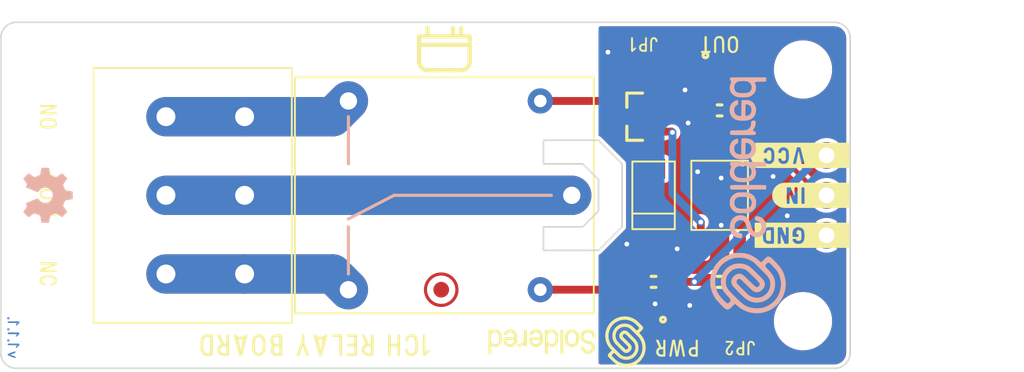
<source format=kicad_pcb>
(kicad_pcb (version 20210623) (generator pcbnew)
  (title_block (title "1CH relay board") (date "2021-07-13") (rev "V1.1.1.") (company "SOLDERED") (comment 1 "333024"))
  (layers (0 "F.Cu" signal) (31 "B.Cu" signal) (34 "B.Paste" user) (35 "F.Paste" user) (36 "B.SilkS" user "B.Silkscreen") (37 "F.SilkS" user "F.Silkscreen") (38 "B.Mask" user) (39 "F.Mask" user) (44 "Edge.Cuts" user))
  (net 0 "")
  (net 1 "Net-(D1-Pad2)")
  (net 2 "VCC")
  (net 3 "NO")
  (net 4 "COM")
  (net 5 "NC")
  (net 6 "IN")
  (net 7 "GND")
  (net 8 "Net-(Q1-Pad1)")
  (net 9 "Net-(R1-Pad1)")
  (net 10 "Net-(R3-Pad1)")
  (net 11 "Net-(D2-Pad2)")
  (net 12 "Net-(D2-Pad1)")
  (net 13 "Net-(JP1-Pad1)")
  (net 14 "Net-(D3-Pad1)")
  (net 15 "Net-(JP2-Pad2)")
  (footprint "buzzardLabel" (layer "F.Cu") (at 58.4 93.2 -90)
    (fp_text reference "" (at 0 0 90) (layer "F.SilkS") (effects (font (size 1.27 1.27))))
    (fp_text value "" (at 0 0 90) (layer "F.SilkS") (effects (font (size 1.27 1.27))))
  )
  (footprint "e-radionica.com footprinti:0603R" (layer "F.Cu") (at 101.1 98.7 180)
    (fp_text reference "R3")
    (fp_text value "330R")
    (pad "1" smd rect locked (at -0.775 0 270) (size 1 0.64) (layers "F.Cu" "F.Paste" "F.Mask") (net 10 "Net-(R3-Pad1)"))
    (pad "2" smd rect locked (at 0.775 0 270) (size 1 0.64) (layers "F.Cu" "F.Paste" "F.Mask") (net 2 "VCC"))
  )
  (footprint "e-radionica.com footprinti:PC357_OPTO" (layer "F.Cu") (at 101.1 93.2 -90)
    (fp_text reference "U1")
    (fp_text value "PC357_OPTO")
    (pad "1" smd rect locked (at -3.15 -1.27 270) (size 1.5 0.8) (layers "F.Cu" "F.Paste" "F.Mask") (net 9 "Net-(R1-Pad1)"))
    (pad "2" smd rect locked (at -3.15 1.27 270) (size 1.5 0.8) (layers "F.Cu" "F.Paste" "F.Mask") (net 7 "GND"))
    (pad "3" smd rect locked (at 3.15 1.27 270) (size 1.5 0.8) (layers "F.Cu" "F.Paste" "F.Mask") (net 8 "Net-(Q1-Pad1)"))
    (pad "4" smd rect locked (at 3.15 -1.27 270) (size 1.5 0.8) (layers "F.Cu" "F.Paste" "F.Mask") (net 10 "Net-(R3-Pad1)"))
  )
  (footprint "e-radionica.com footprinti:0402R" (layer "F.Cu") (at 100.5 101.7 180)
    (fp_text reference "R5")
    (fp_text value "2k2")
    (pad "1" smd rect locked (at -0.5 0 270) (size 0.64 0.54) (layers "F.Cu" "F.Paste" "F.Mask") (net 15 "Net-(JP2-Pad2)"))
    (pad "2" smd rect locked (at 0.5 0 270) (size 0.64 0.54) (layers "F.Cu" "F.Paste" "F.Mask") (net 14 "Net-(D3-Pad1)"))
  )
  (footprint "e-radionica.com footprinti:FIDUCIAL_23" (layer "F.Cu") (at 83.4 99.2 -90)
    (fp_text reference "FD1")
    (fp_text value "FIDUCIAL")
    (fp_circle (center 0 0) (end 1 0) (layer "F.Cu") (width 0.2) (fill none))
    (pad "1" smd circle (at 0 0 270) (size 1 1) (layers "F.Cu" "F.Paste" "F.Mask") (clearance 1.1))
  )
  (footprint "Soldered Graphics:Symbol-Front-Relay" (layer "F.Cu") (at 83.6 83.9 180)
    (fp_text reference "G***" hide)
    (fp_text value "LOGO" hide)
  )
  (footprint "e-radionica.com footprinti:HOLE_3.2mm" (layer "F.Cu") (at 58.4 101.2 -90)
    (fp_text reference "H1" hide)
    (fp_text value "HOLE_3.2mm" hide)
    (pad "" np_thru_hole circle locked (at 0 0 270) (size 3.2 3.2) (drill 3.2) (layers F&B.Cu *.Mask))
  )
  (footprint "e-radionica.com footprinti:SMD-JUMPER-CONNECTED_TRACE_SLODERMASK" (layer "F.Cu") (at 96.3 84.9 180)
    (fp_text reference "JP1")
    (fp_text value "SMD-JUMPER-CONNECTED_TRACE_SLODERMASK")
    (fp_poly (pts (xy 0.1 0.1) (xy -0.1 0.1) (xy -0.1 -0.1) (xy 0.1 -0.1)) (layer "F.Cu") (width 0.1) (fill solid))
    (pad "1" smd rect (at -0.35 0 180) (size 0.5 1) (layers "F.Cu" "F.Mask") (net 13 "Net-(JP1-Pad1)"))
    (pad "2" smd rect (at 0.35 0 180) (size 0.5 1) (layers "F.Cu" "F.Mask") (net 12 "Net-(D2-Pad1)"))
  )
  (footprint "e-radionica.com footprinti:0603R" (layer "F.Cu") (at 101.1 87.8)
    (fp_text reference "R1")
    (fp_text value "100R")
    (pad "1" smd rect locked (at -0.775 0 90) (size 1 0.64) (layers "F.Cu" "F.Paste" "F.Mask") (net 9 "Net-(R1-Pad1)"))
    (pad "2" smd rect locked (at 0.775 0 90) (size 1 0.64) (layers "F.Cu" "F.Paste" "F.Mask") (net 6 "IN"))
  )
  (footprint "e-radionica.com footprinti:HOLE_3.2mm" (layer "F.Cu") (at 58.4 85.2 -90)
    (fp_text reference "H2" hide)
    (fp_text value "HOLE_3.2mm" hide)
    (pad "" np_thru_hole circle locked (at 0 0 270) (size 3.2 3.2) (drill 3.2) (layers F&B.Cu *.Mask))
  )
  (footprint "buzzardLabel" (layer "F.Cu") (at 109.8 90.66 180)
    (fp_text reference "" (at 0 0) (layer "F.SilkS") (effects (font (size 1.27 1.27))))
    (fp_text value "" (at 0 0) (layer "F.SilkS") (effects (font (size 1.27 1.27))))
  )
  (footprint "buzzardLabel" (layer "F.Cu") (at 101.1 83.6 180)
    (fp_text reference "" (at 0 0) (layer "F.SilkS") (effects (font (size 1.27 1.27))))
    (fp_text value "" (at 0 0) (layer "F.SilkS") (effects (font (size 1.27 1.27))))
  )
  (footprint "buzzardLabel" (layer "F.Cu") (at 109.8 93.2 180)
    (fp_text reference "" (at 0 0) (layer "F.SilkS") (effects (font (size 1.27 1.27))))
    (fp_text value "" (at 0 0) (layer "F.SilkS") (effects (font (size 1.27 1.27))))
  )
  (footprint "e-radionica.com footprinti:M4_DIODA" (layer "F.Cu") (at 96.9 93.2 -90)
    (fp_text reference "D2")
    (fp_text value "M4_DIODA")
    (pad "1" smd rect (at -1.69 0 270) (size 1.27 1.47) (layers "F.Cu" "F.Paste" "F.Mask") (net 12 "Net-(D2-Pad1)"))
    (pad "2" smd rect (at 1.69 0 270) (size 1.27 1.47) (layers "F.Cu" "F.Paste" "F.Mask") (net 11 "Net-(D2-Pad2)"))
  )
  (footprint "e-radionica.com footprinti:0402LED" (layer "F.Cu") (at 98.4 101.7 180)
    (fp_text reference "D3")
    (fp_text value "purple")
    (pad "1" smd rect locked (at -0.55 0 270) (size 0.75 0.45) (layers "F.Cu" "F.Paste" "F.Mask") (net 14 "Net-(D3-Pad1)"))
    (pad "2" smd rect locked (at 0.55 0 270) (size 0.75 0.45) (layers "F.Cu" "F.Paste" "F.Mask") (net 7 "GND"))
  )
  (footprint "buzzardLabel" (layer "F.Cu") (at 58.4 98.2 -90)
    (fp_text reference "" (at 0 0 90) (layer "F.SilkS") (effects (font (size 1.27 1.27))))
    (fp_text value "" (at 0 0 90) (layer "F.SilkS") (effects (font (size 1.27 1.27))))
  )
  (footprint "Soldered Graphics:Logo-Back-SolderedFULL-15mm" (layer "F.Cu") (at 102.9 93.2 -90)
    (fp_text reference "REF**" hide)
    (fp_text value "Logo-Front-SolderedFULL-15mm" hide)
  )
  (footprint "Soldered Graphics:Logo-Back-OSH-3.5mm" (layer "F.Cu") (at 58.4 93.2 -90)
    (fp_text reference "G***" hide)
    (fp_text value "LOGO" hide)
  )
  (footprint "buzzardLabel" (layer "F.Cu") (at 98.4 102.9 180)
    (fp_text reference "" (at 0 0) (layer "F.SilkS") (effects (font (size 1.27 1.27))))
    (fp_text value "" (at 0 0) (layer "F.SilkS") (effects (font (size 1.27 1.27))))
  )
  (footprint "buzzardLabel" (layer "F.Cu") (at 109.8 95.74 180)
    (fp_text reference "" (at 0 0) (layer "F.SilkS") (effects (font (size 1.27 1.27))))
    (fp_text value "" (at 0 0) (layer "F.SilkS") (effects (font (size 1.27 1.27))))
  )
  (footprint "e-radionica.com footprinti:0603R" (layer "F.Cu") (at 96.9 98.7)
    (fp_text reference "R4")
    (fp_text value "10R")
    (pad "1" smd rect locked (at -0.775 0 90) (size 1 0.64) (layers "F.Cu" "F.Paste" "F.Mask") (net 11 "Net-(D2-Pad2)"))
    (pad "2" smd rect locked (at 0.775 0 90) (size 1 0.64) (layers "F.Cu" "F.Paste" "F.Mask") (net 2 "VCC"))
  )
  (footprint "e-radionica.com footprinti:HOLE_3.2mm" (layer "F.Cu") (at 106.4 101.2 -90)
    (fp_text reference "H3" hide)
    (fp_text value "HOLE_3.2mm" hide)
    (pad "" np_thru_hole circle locked (at 0 0 270) (size 3.2 3.2) (drill 3.2) (layers F&B.Cu *.Mask))
  )
  (footprint "e-radionica.com footprinti:0402R" (layer "F.Cu") (at 98.7 84.9)
    (fp_text reference "R2")
    (fp_text value "2k2")
    (pad "1" smd rect locked (at -0.5 0 90) (size 0.64 0.54) (layers "F.Cu" "F.Paste" "F.Mask") (net 13 "Net-(JP1-Pad1)"))
    (pad "2" smd rect locked (at 0.5 0 90) (size 0.64 0.54) (layers "F.Cu" "F.Paste" "F.Mask") (net 1 "Net-(D1-Pad2)"))
  )
  (footprint "e-radionica.com footprinti:SRD_RELAY_5V" (layer "F.Cu") (at 83.6 93.2)
    (fp_text reference "K1")
    (fp_text value "SRD-05VDC-SL-C")
    (pad "1" thru_hole circle (at 6.1 6) (size 1.6 1.6) (drill 0.8) (layers *.Cu *.Mask) (net 11 "Net-(D2-Pad2)"))
    (pad "2" thru_hole circle (at 6.1 -6) (size 1.6 1.6) (drill 0.8) (layers *.Cu *.Mask) (net 12 "Net-(D2-Pad1)"))
    (pad "3" thru_hole circle (at -6.1 -6) (size 2 2) (drill 1.1) (layers *.Cu *.Mask) (net 3 "NO"))
    (pad "4" thru_hole circle (at 8.1 0) (size 2 2) (drill 1.1) (layers *.Cu *.Mask) (net 4 "COM"))
    (pad "5" thru_hole circle (at -6.1 6) (size 2 2) (drill 1.1) (layers *.Cu *.Mask) (net 5 "NC"))
  )
  (footprint "e-radionica.com footprinti:0402LED" (layer "F.Cu") (at 101.1 84.9 180)
    (fp_text reference "D1")
    (fp_text value "blue")
    (pad "1" smd rect locked (at -0.55 0 270) (size 0.75 0.45) (layers "F.Cu" "F.Paste" "F.Mask") (net 2 "VCC"))
    (pad "2" smd rect locked (at 0.55 0 270) (size 0.75 0.45) (layers "F.Cu" "F.Paste" "F.Mask") (net 1 "Net-(D1-Pad2)"))
  )
  (footprint "buzzardLabel" (layer "F.Cu") (at 58.4 88.2 -90)
    (fp_text reference "" (at 0 0 90) (layer "F.SilkS") (effects (font (size 1.27 1.27))))
    (fp_text value "" (at 0 0 90) (layer "F.SilkS") (effects (font (size 1.27 1.27))))
  )
  (footprint "e-radionica.com footprinti:HOLE_3.2mm" (layer "F.Cu") (at 106.4 85.2 -90)
    (fp_text reference "H4" hide)
    (fp_text value "HOLE_3.2mm" hide)
    (pad "" np_thru_hole circle locked (at 0 0 270) (size 3.2 3.2) (drill 3.2) (layers F&B.Cu *.Mask))
  )
  (footprint "buzzardLabel" (layer "F.Cu") (at 96.3 83.6 180)
    (fp_text reference "" (at 0 0) (layer "F.SilkS") (effects (font (size 1.27 1.27))))
    (fp_text value "" (at 0 0) (layer "F.SilkS") (effects (font (size 1.27 1.27))))
  )
  (footprint "e-radionica.com footprinti:SMD-JUMPER-CONNECTED_TRACE_SLODERMASK" (layer "F.Cu") (at 102.4 101.7 180)
    (fp_text reference "JP2")
    (fp_text value "SMD-JUMPER-CONNECTED_TRACE_SLODERMASK")
    (fp_poly (pts (xy 0.1 0.1) (xy -0.1 0.1) (xy -0.1 -0.1) (xy 0.1 -0.1)) (layer "F.Cu") (width 0.1) (fill solid))
    (pad "1" smd rect (at -0.35 0 180) (size 0.5 1) (layers "F.Cu" "F.Mask") (net 2 "VCC"))
    (pad "2" smd rect (at 0.35 0 180) (size 0.5 1) (layers "F.Cu" "F.Mask") (net 15 "Net-(JP2-Pad2)"))
  )
  (footprint "buzzardLabel" (layer "F.Cu") (at 75.4 102.7 180)
    (fp_text reference "" (at 0 0) (layer "F.SilkS") (effects (font (size 1.27 1.27))))
    (fp_text value "" (at 0 0) (layer "F.SilkS") (effects (font (size 1.27 1.27))))
  )
  (footprint "Soldered Graphics:Logo-Front-SolderedFULL-10mm" (layer "F.Cu") (at 91.4 102.5 180)
    (fp_text reference "G***" hide)
    (fp_text value "LOGO" hide)
  )
  (footprint "e-radionica.com footprinti:SOT-23-3" (layer "F.Cu") (at 95.9 88.2 180)
    (fp_text reference "Q1")
    (fp_text value "NPN-SOT-23-3")
    (pad "1" smd rect locked (at -1.2 -0.95 270) (size 0.6 1) (layers "F.Cu" "F.Paste" "F.Mask") (net 8 "Net-(Q1-Pad1)"))
    (pad "2" smd rect locked (at -1.2 0.95 270) (size 0.6 1) (layers "F.Cu" "F.Paste" "F.Mask") (net 7 "GND"))
    (pad "3" smd rect locked (at 1.2 0 270) (size 0.6 1) (layers "F.Cu" "F.Paste" "F.Mask") (net 12 "Net-(D2-Pad1)"))
  )
  (footprint "buzzardLabel" (layer "F.Cu") (at 102.4 102.9 180)
    (fp_text reference "" (at 0 0) (layer "F.SilkS") (effects (font (size 1.27 1.27))))
    (fp_text value "" (at 0 0) (layer "F.SilkS") (effects (font (size 1.27 1.27))))
  )
  (footprint "e-radionica.com footprinti:TERMINAL_KF235-5.0-3P" (layer "F.Cu") (at 68.4 93.2 -90)
    (fp_text reference "K3")
    (fp_text value "TERMINAL_KF235-5.0-3P")
    (pad "1" thru_hole circle (at 5 -2.5 270) (size 2 2) (drill 1.2) (layers *.Cu *.Mask) (net 5 "NC"))
    (pad "1" thru_hole circle (at 5 2.5 270) (size 2 2) (drill 1.2) (layers *.Cu *.Mask) (net 5 "NC"))
    (pad "2" thru_hole circle (at 0 -2.5 270) (size 2 2) (drill 1.2) (layers *.Cu *.Mask) (net 4 "COM"))
    (pad "2" thru_hole circle (at 0 2.5 270) (size 2 2) (drill 1.2) (layers *.Cu *.Mask) (net 4 "COM"))
    (pad "3" thru_hole circle (at -5 -2.5 270) (size 2 2) (drill 1.2) (layers *.Cu *.Mask) (net 3 "NO"))
    (pad "3" thru_hole circle (at -5 2.5 270) (size 2 2) (drill 1.2) (layers *.Cu *.Mask) (net 3 "NO"))
  )
  (footprint "e-radionica.com footprinti:HEADER_MALE_3X1" (layer "B.Cu") (at 107.9 93.2 -90)
    (fp_text reference "K2")
    (fp_text value "HEADER_MALE_3X1")
    (pad "1" thru_hole circle locked (at -2.54 0 270) (size 1.7 1.7) (drill 1) (layers *.Cu *.Mask) (net 2 "VCC"))
    (pad "2" thru_hole circle locked (at 0 0 270) (size 1.7 1.7) (drill 1) (layers *.Cu *.Mask) (net 6 "IN"))
    (pad "3" thru_hole circle locked (at 2.54 0 270) (size 1.7 1.7) (drill 1) (layers *.Cu *.Mask) (net 7 "GND"))
  )
  (footprint "Soldered Graphics:Version1.1.1." (layer "B.Cu") (at 56.2 102.2 90)
    (fp_text reference "REF**" hide)
    (fp_text value "Version1.1.1." hide)
    (fp_poly (pts (xy 0.21 -0.35) (xy 0.26 -0.35) (xy 0.28 -0.31) (xy 0.28 0.35) (xy 0.24 0.38) (xy 0.19 0.38) (xy 0.15 0.34) (xy 0.04 0.22) (xy 0.02 0.17) (xy 0.05 0.16) (xy 0.14 0.22) (xy 0.18 0.23) (xy 0.18 -0.31) (xy 0.21 -0.35)) (layer "B.Cu") (width 0.01) (fill solid))
    (fp_poly (pts (xy 1.14 -0.38) (xy 1.19 -0.38) (xy 1.24 -0.37) (xy 1.25 -0.33) (xy 1.25 -0.27) (xy 1.2 -0.26) (xy 1.15 -0.26) (xy 1.12 -0.29) (xy 1.12 -0.34) (xy 1.14 -0.38)) (layer "B.Cu") (width 0.01) (fill solid))
    (fp_poly (pts (xy 0.91 -0.35) (xy 0.96 -0.35) (xy 0.98 -0.31) (xy 0.98 0.35) (xy 0.95 0.38) (xy 0.89 0.38) (xy 0.86 0.34) (xy 0.74 0.22) (xy 0.73 0.17) (xy 0.76 0.16) (xy 0.85 0.22) (xy 0.89 0.23) (xy 0.89 -0.31) (xy 0.91 -0.35)) (layer "B.Cu") (width 0.01) (fill solid))
    (fp_poly (pts (xy -1.15 -0.35) (xy -1.1 -0.35) (xy -1.07 -0.31) (xy -0.92 0.1) (xy -0.94 0.13) (xy -0.99 0.13) (xy -1.02 0.1) (xy -1.11 -0.16) (xy -1.13 -0.21) (xy -1.15 -0.17) (xy -1.24 0.09) (xy -1.26 0.13) (xy -1.32 0.13) (xy -1.34 0.1) (xy -1.18 -0.31) (xy -1.15 -0.35)) (layer "B.Cu") (width 0.01) (fill solid))
    (fp_poly (pts (xy 0.43 -0.38) (xy 0.48 -0.38) (xy 0.54 -0.37) (xy 0.54 -0.33) (xy 0.54 -0.27) (xy 0.5 -0.26) (xy 0.45 -0.26) (xy 0.42 -0.29) (xy 0.42 -0.34) (xy 0.43 -0.38)) (layer "B.Cu") (width 0.01) (fill solid))
    (fp_poly (pts (xy -0.5 -0.35) (xy -0.44 -0.35) (xy -0.43 -0.31) (xy -0.43 0.35) (xy -0.46 0.38) (xy -0.52 0.38) (xy -0.55 0.34) (xy -0.67 0.22) (xy -0.68 0.17) (xy -0.65 0.16) (xy -0.56 0.22) (xy -0.52 0.23) (xy -0.52 -0.31) (xy -0.5 -0.35)) (layer "B.Cu") (width 0.01) (fill solid))
    (fp_poly (pts (xy -0.27 -0.38) (xy -0.22 -0.38) (xy -0.17 -0.37) (xy -0.16 -0.33) (xy -0.16 -0.27) (xy -0.21 -0.26) (xy -0.26 -0.26) (xy -0.29 -0.29) (xy -0.29 -0.34) (xy -0.27 -0.38)) (layer "B.Cu") (width 0.01) (fill solid))
  )
  (gr_line (start 77.5 98.2) (end 77.5 95.2) (layer "B.SilkS") (width 0.2))
  (gr_line (start 77.5 88.2) (end 77.5 91.2) (layer "B.SilkS") (width 0.2))
  (gr_line (start 80.4 93.2) (end 77.5 94.7) (layer "B.SilkS") (width 0.2))
  (gr_line (start 90.4 93.2) (end 80.4 93.2) (layer "B.SilkS") (width 0.2))
  (gr_line (start 89.9 95.2) (end 92.4 95.2) (layer "Edge.Cuts") (width 0.1))
  (gr_line (start 93.4 89.7) (end 94.9 91.2) (layer "Edge.Cuts") (width 0.1))
  (gr_line (start 89.9 96.7) (end 89.9 95.2) (layer "Edge.Cuts") (width 0.1))
  (gr_line (start 92.4 91.2) (end 89.9 91.2) (layer "Edge.Cuts") (width 0.1))
  (gr_arc (start 56.4 83.2) (end 55.4 83.2) (angle 90) (layer "Edge.Cuts") (width 0.1))
  (gr_line (start 93.4 96.7) (end 89.9 96.7) (layer "Edge.Cuts") (width 0.1))
  (gr_line (start 108.4 104.2) (end 56.4 104.2) (layer "Edge.Cuts") (width 0.1))
  (gr_line (start 55.4 103.2) (end 55.4 83.2) (layer "Edge.Cuts") (width 0.1))
  (gr_line (start 93.4 94.2) (end 93.4 92.2) (layer "Edge.Cuts") (width 0.1))
  (gr_line (start 89.9 91.2) (end 89.9 89.7) (layer "Edge.Cuts") (width 0.1))
  (gr_line (start 56.4 82.2) (end 108.4 82.2) (layer "Edge.Cuts") (width 0.1))
  (gr_arc (start 108.4 103.2) (end 109.4 103.2) (angle 90) (layer "Edge.Cuts") (width 0.1))
  (gr_arc (start 108.4 83.2) (end 109.4 83.2) (angle -90) (layer "Edge.Cuts") (width 0.1))
  (gr_line (start 89.9 89.7) (end 93.4 89.7) (layer "Edge.Cuts") (width 0.1))
  (gr_line (start 92.4 95.2) (end 93.4 94.2) (layer "Edge.Cuts") (width 0.1))
  (gr_line (start 93.4 92.2) (end 92.4 91.2) (layer "Edge.Cuts") (width 0.1))
  (gr_line (start 109.4 83.2) (end 109.4 103.2) (layer "Edge.Cuts") (width 0.1))
  (gr_line (start 94.9 91.2) (end 94.9 95.2) (layer "Edge.Cuts") (width 0.1))
  (gr_arc (start 56.4 103.2) (end 55.4 103.2) (angle -90) (layer "Edge.Cuts") (width 0.1))
  (gr_line (start 94.9 95.2) (end 93.4 96.7) (layer "Edge.Cuts") (width 0.1))
  (segment (start 99.2 84.9) (end 100.45 84.9) (width 0.3) (layer "F.Cu") (net 1))
  (segment (start 101.7 84.9) (end 103.1 86.3) (width 0.3) (layer "F.Cu") (net 2))
  (segment (start 107.76 90.66) (end 107.9 90.66) (width 0.3) (layer "F.Cu") (net 2))
  (segment (start 103.1 86.3) (end 107.46 90.66) (width 0.3) (layer "F.Cu") (net 2))
  (segment (start 99.5 98.7) (end 100.325 98.7) (width 0.5) (layer "F.Cu") (net 2))
  (segment (start 102.05 100.2) (end 100.8 100.2) (width 0.3) (layer "F.Cu") (net 2))
  (segment (start 102.75 101.7) (end 102.75 100.9) (width 0.3) (layer "F.Cu") (net 2))
  (segment (start 99.625 98.7) (end 100.325 98.7) (width 0.5) (layer "F.Cu") (net 2))
  (segment (start 99.5 98.7) (end 97.675 98.7) (width 0.5) (layer "F.Cu") (net 2))
  (segment (start 100.8 100.2) (end 100.325 99.725) (width 0.3) (layer "F.Cu") (net 2))
  (segment (start 101.65 84.9) (end 101.7 84.9) (width 0.3) (layer "F.Cu") (net 2))
  (segment (start 100.325 99.725) (end 100.325 98.7) (width 0.3) (layer "F.Cu") (net 2))
  (segment (start 102.75 100.9) (end 102.05 100.2) (width 0.3) (layer "F.Cu") (net 2))
  (via (at 99.5 98.7) (size 0.5) (drill 0.3) (layers "F.Cu" "B.Cu") (net 2))
  (segment (start 107.86 90.7) (end 107.9 90.66) (width 0.5) (layer "B.Cu") (net 2))
  (segment (start 99.5 98.7) (end 107.5 90.7) (width 0.5) (layer "B.Cu") (net 2))
  (segment (start 107.5 90.7) (end 107.86 90.7) (width 0.5) (layer "B.Cu") (net 2))
  (segment (start 70.9 88.2) (end 76.5 88.2) (width 2.5) (layer "F.Cu") (net 3))
  (segment (start 76.5 88.2) (end 77.5 87.2) (width 2.5) (layer "F.Cu") (net 3))
  (segment (start 65.9 88.2) (end 70.9 88.2) (width 2.5) (layer "F.Cu") (net 3))
  (segment (start 65.9 88.2) (end 70.9 88.2) (width 2.5) (layer "B.Cu") (net 3))
  (segment (start 70.9 88.2) (end 76.5 88.2) (width 2.5) (layer "B.Cu") (net 3))
  (segment (start 76.5 88.2) (end 77.5 87.2) (width 2.5) (layer "B.Cu") (net 3))
  (segment (start 65.9 93.2) (end 70.9 93.2) (width 2.5) (layer "F.Cu") (net 4))
  (segment (start 70.9 93.2) (end 91.7 93.2) (width 2.5) (layer "F.Cu") (net 4))
  (segment (start 70.9 93.2) (end 65.9 93.2) (width 2.5) (layer "B.Cu") (net 4))
  (segment (start 70.9 93.2) (end 91.7 93.2) (width 2.5) (layer "B.Cu") (net 4))
  (segment (start 70.9 98.2) (end 76.5 98.2) (width 2.5) (layer "F.Cu") (net 5))
  (segment (start 65.9 98.2) (end 70.9 98.2) (width 2.5) (layer "F.Cu") (net 5))
  (segment (start 76.5 98.2) (end 77.5 99.2) (width 2.5) (layer "F.Cu") (net 5))
  (segment (start 70.9 98.2) (end 76.5 98.2) (width 2.5) (layer "B.Cu") (net 5))
  (segment (start 65.9 98.2) (end 70.9 98.2) (width 2.5) (layer "B.Cu") (net 5))
  (segment (start 76.5 98.2) (end 77.5 99.2) (width 2.5) (layer "B.Cu") (net 5))
  (segment (start 101.875 87.8) (end 102.1 87.8) (width 0.3) (layer "F.Cu") (net 6))
  (segment (start 107.5 93.2) (end 107.9 93.2) (width 0.3) (layer "F.Cu") (net 6))
  (segment (start 102.1 87.8) (end 107.5 93.2) (width 0.3) (layer "F.Cu") (net 6))
  (via (at 94 84.1) (size 0.5) (drill 0.3) (layers "F.Cu" "B.Cu") (net 7))
  (via (at 99.7 91.7) (size 0.5) (drill 0.3) (layers "F.Cu" "B.Cu") (net 7))
  (via (at 99.1 88.6) (size 0.5) (drill 0.3) (layers "F.Cu" "B.Cu") (net 7))
  (via (at 98.9 86.5) (size 0.5) (drill 0.3) (layers "F.Cu" "B.Cu") (net 7))
  (via (at 97 100.1) (size 0.5) (drill 0.3) (layers "F.Cu" "B.Cu") (net 7))
  (via (at 95.2 96.3) (size 0.5) (drill 0.3) (layers "F.Cu" "B.Cu") (net 7))
  (via (at 99.2 100.2) (size 0.5) (drill 0.3) (layers "F.Cu" "B.Cu") (net 7))
  (via (at 105.4 94.5) (size 0.5) (drill 0.3) (layers "F.Cu" "B.Cu") (net 7))
  (via (at 98.4 96.6) (size 0.5) (drill 0.3) (layers "F.Cu" "B.Cu") (net 7))
  (via (at 101.2 95.1) (size 0.5) (drill 0.3) (layers "F.Cu" "B.Cu") (net 7))
  (via (at 101.2 92.1) (size 0.5) (drill 0.3) (layers "F.Cu" "B.Cu") (net 7))
  (via (at 104.5 92) (size 0.5) (drill 0.3) (layers "F.Cu" "B.Cu") (net 7))
  (segment (start 98.1 89.2) (end 98.05 89.15) (width 0.5) (layer "F.Cu") (net 8))
  (segment (start 98.05 89.15) (end 97.1 89.15) (width 0.5) (layer "F.Cu") (net 8))
  (segment (start 99.9 96.28) (end 99.83 96.35) (width 0.5) (layer "F.Cu") (net 8))
  (segment (start 99.9 94.9) (end 99.9 96.28) (width 0.5) (layer "F.Cu") (net 8))
  (via (at 99.9 94.9) (size 0.5) (drill 0.3) (layers "F.Cu" "B.Cu") (net 8))
  (via (at 98.1 89.2) (size 0.5) (drill 0.3) (layers "F.Cu" "B.Cu") (net 8))
  (segment (start 99.9 94.9) (end 98.1 93.1) (width 0.5) (layer "B.Cu") (net 8))
  (segment (start 98.1 93.1) (end 98.1 89.2) (width 0.5) (layer "B.Cu") (net 8))
  (segment (start 100.325 88.225) (end 102.15 90.05) (width 0.3) (layer "F.Cu") (net 9))
  (segment (start 100.325 87.8) (end 100.325 88.225) (width 0.3) (layer "F.Cu") (net 9))
  (segment (start 102.15 90.05) (end 102.37 90.05) (width 0.3) (layer "F.Cu") (net 9))
  (segment (start 102.37 98.205) (end 101.875 98.7) (width 0.5) (layer "F.Cu") (net 10))
  (segment (start 102.37 96.35) (end 102.37 98.205) (width 0.5) (layer "F.Cu") (net 10))
  (segment (start 96.125 97.375) (end 96.9 96.6) (width 0.5) (layer "F.Cu") (net 11))
  (segment (start 95.625 99.2) (end 96.125 98.7) (width 0.5) (layer "F.Cu") (net 11))
  (segment (start 89.7 99.2) (end 95.625 99.2) (width 0.5) (layer "F.Cu") (net 11))
  (segment (start 96.9 96.6) (end 96.9 94.89) (width 0.5) (layer "F.Cu") (net 11))
  (segment (start 96.125 98.7) (end 96.125 97.375) (width 0.5) (layer "F.Cu") (net 11))
  (segment (start 93.7 87.2) (end 94.2 87.7) (width 0.5) (layer "F.Cu") (net 12))
  (segment (start 94.7 89.31) (end 96.9 91.51) (width 0.5) (layer "F.Cu") (net 12))
  (segment (start 94.7 85.7) (end 94.7 88.2) (width 0.3) (layer "F.Cu") (net 12))
  (segment (start 95.5 84.9) (end 94.7 85.7) (width 0.3) (layer "F.Cu") (net 12))
  (segment (start 89.7 87.2) (end 93.7 87.2) (width 0.5) (layer "F.Cu") (net 12))
  (segment (start 94.2 87.7) (end 94.7 88.2) (width 0.5) (layer "F.Cu") (net 12))
  (segment (start 94.7 88.2) (end 94.7 89.31) (width 0.5) (layer "F.Cu") (net 12))
  (segment (start 95.95 84.9) (end 95.5 84.9) (width 0.3) (layer "F.Cu") (net 12))
  (segment (start 96.65 84.9) (end 98.2 84.9) (width 0.3) (layer "F.Cu") (net 13))
  (segment (start 100 101.7) (end 98.95 101.7) (width 0.3) (layer "F.Cu") (net 14))
  (segment (start 102.05 101.7) (end 101 101.7) (width 0.3) (layer "F.Cu") (net 15))
  (zone (net 7) (net_name "GND") (layers F&B.Cu) (connect_pads (clearance 0.254)) (min_thickness 0.254) (fill yes (thermal_gap 0.254) (thermal_bridge_width 0.254))
    (polygon (pts (xy 93.4 104.2) (xy 93.4 82.2) (xy 109.4 82.2) (xy 109.4 104.2)))
  )
)
</source>
